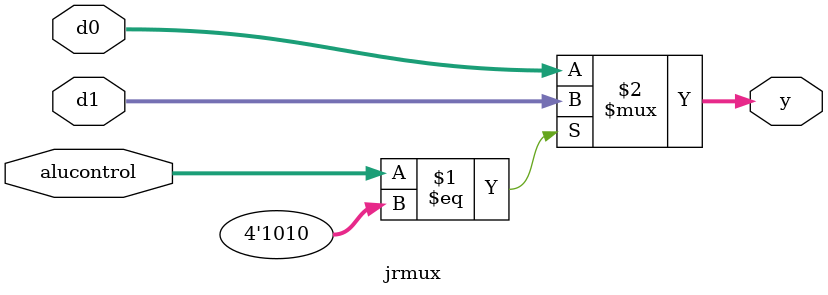
<source format=v>
`timescale 1ns/1ps
`define mydelay 1


`define REGFILE_FF
`ifdef REGFILE_FF

module regfile(input             clk, 
               input             we, 
               input      [4:0]  ra1, ra2, wa, 
               input      [31:0] wd, 
               output reg [31:0] rd1, rd2);

	reg [31:0] R1;
	reg [31:0] R2;
	reg [31:0] R3;
	reg [31:0] R4;
	reg [31:0] R5;
	reg [31:0] R6;
	reg [31:0] R7;
	reg [31:0] R8;
	reg [31:0] R9;
	reg [31:0] R10;
	reg [31:0] R11;
	reg [31:0] R12;
	reg [31:0] R13;
	reg [31:0] R14;
	reg [31:0] R15;
	reg [31:0] R16;
	reg [31:0] R17;
	reg [31:0] R18;
	reg [31:0] R19;
	reg [31:0] R20;
	reg [31:0] R21;
	reg [31:0] R22;
	reg [31:0] R23;
	reg [31:0] R24;
	reg [31:0] R25;
	reg [31:0] R26;
	reg [31:0] R27;
	reg [31:0] R28;
	reg [31:0] R29;
	reg [31:0] R30;
	reg [31:0] R31;

	always @(posedge clk)
	begin
  	 if (we) 
	 begin
   		case (wa[4:0])
   		5'd0:   ;
   		5'd1:   R1  <= wd;
   		5'd2:   R2  <= wd;
   		5'd3:   R3  <= wd;
   		5'd4:   R4  <= wd;
   		5'd5:   R5  <= wd;
   		5'd6:   R6  <= wd;
   		5'd7:   R7  <= wd;
   		5'd8:   R8  <= wd;
   		5'd9:   R9  <= wd;
   		5'd10:  R10 <= wd;
   		5'd11:  R11 <= wd;
   		5'd12:  R12 <= wd;
   		5'd13:  R13 <= wd;
   		5'd14:  R14 <= wd;
   		5'd15:  R15 <= wd;
   		5'd16:  R16 <= wd;
   		5'd17:  R17 <= wd;
   		5'd18:  R18 <= wd;
   		5'd19:  R19 <= wd;
   		5'd20:  R20 <= wd;
   		5'd21:  R21 <= wd;
   		5'd22:  R22 <= wd;
   		5'd23:  R23 <= wd;
   		5'd24:  R24 <= wd;
   		5'd25:  R25 <= wd;
   		5'd26:  R26 <= wd;
   		5'd27:  R27 <= wd;
   		5'd28:  R28 <= wd;
   		5'd29:  R29 <= wd;
   		5'd30:  R30 <= wd;
   		5'd31:  R31 <= wd;
   		endcase
     end
	end

	always @(*)
	begin
		case (ra2[4:0])
		5'd0:   rd2 = 32'b0;
		5'd1:   rd2 = R1;
		5'd2:   rd2 = R2;
		5'd3:   rd2 = R3;
		5'd4:   rd2 = R4;
		5'd5:   rd2 = R5;
		5'd6:   rd2 = R6;
		5'd7:   rd2 = R7;
		5'd8:   rd2 = R8;
		5'd9:   rd2 = R9;
		5'd10:  rd2 = R10;
		5'd11:  rd2 = R11;
		5'd12:  rd2 = R12;
		5'd13:  rd2 = R13;
		5'd14:  rd2 = R14;
		5'd15:  rd2 = R15;
		5'd16:  rd2 = R16;
		5'd17:  rd2 = R17;
		5'd18:  rd2 = R18;
		5'd19:  rd2 = R19;
		5'd20:  rd2 = R20;
		5'd21:  rd2 = R21;
		5'd22:  rd2 = R22;
		5'd23:  rd2 = R23;
		5'd24:  rd2 = R24;
		5'd25:  rd2 = R25;
		5'd26:  rd2 = R26;
		5'd27:  rd2 = R27;
		5'd28:  rd2 = R28;
		5'd29:  rd2 = R29;
		5'd30:  rd2 = R30;
		5'd31:  rd2 = R31;
		endcase
	end

	always @(*)
	begin
		case (ra1[4:0])
		5'd0:   rd1 = 32'b0;
		5'd1:   rd1 = R1;
		5'd2:   rd1 = R2;
		5'd3:   rd1 = R3;
		5'd4:   rd1 = R4;
		5'd5:   rd1 = R5;
		5'd6:   rd1 = R6;
		5'd7:   rd1 = R7;
		5'd8:   rd1 = R8;
		5'd9:   rd1 = R9;
		5'd10:  rd1 = R10;
		5'd11:  rd1 = R11;
		5'd12:  rd1 = R12;
		5'd13:  rd1 = R13;
		5'd14:  rd1 = R14;
		5'd15:  rd1 = R15;
		5'd16:  rd1 = R16;
		5'd17:  rd1 = R17;
		5'd18:  rd1 = R18;
		5'd19:  rd1 = R19;
		5'd20:  rd1 = R20;
		5'd21:  rd1 = R21;
		5'd22:  rd1 = R22;
		5'd23:  rd1 = R23;
		5'd24:  rd1 = R24;
		5'd25:  rd1 = R25;
		5'd26:  rd1 = R26;
		5'd27:  rd1 = R27;
		5'd28:  rd1 = R28;
		5'd29:  rd1 = R29;
		5'd30:  rd1 = R30;
		5'd31:  rd1 = R31;
		endcase
	end

endmodule

`else

module regfile(input         clk, 
               input         we, 
               input  [4:0]  ra1, ra2, wa, 
               input  [31:0] wd, 
               output [31:0] rd1, rd2);

  reg [31:0] rf[31:0];

  // three ported register file
  // read two ports combinationally
  // write third port on rising edge of clock
  // register 0 hardwired to 0

  always @(posedge clk)
    if (we) rf[wa] <= #`mydelay wd;	

  assign #`mydelay rd1 = (ra1 != 0) ? rf[ra1] : 0;
  assign #`mydelay rd2 = (ra2 != 0) ? rf[ra2] : 0;
endmodule

`endif


// ###### Jinseok Park: Start #######

// if -> id pipeline, reset is (flush(from flowcheck) | reset  (which is flush_ifid))
module ppline_ifid(input 	         clk, reset,
				   input             enable,
				   input      [31:0] pc_plus4_d,
				   input      [31:0] instr_d,
				   output reg [31:0] pc_plus4,
				   output reg [31:0] instr);
	
	always @(posedge clk) begin
		if (reset) begin
			pc_plus4 <= #`mydelay 1'b0;
			instr   <= #`mydelay 1'b0;
		end
		else if (enable) begin
			pc_plus4 <= #`mydelay pc_plus4_d;
			instr   <= #`mydelay instr_d;
		end
	end
endmodule


// ###### Jinseok Park: (Milestone 5 pipeline) Start #######
// id -> ex pipeline, reset is (flush_idex | reset    (which is flush_idex_or_reset))
module ppline_idex(input 	         clk, reset,
				   input      [31:0] pc_plus4_d,
				   input      [31:0] rd1_d,
				   input      [31:0] rd2_d,
				   input      [31:0] immex_d,
				   input      [31:0] instr_d,
					input 	  [4:0]	rs_d,
					input 	  [4:0]	rt_d,
					input 	  [4:0]	rd_d,
				   input             shiftl16_d,  // EX
				   input             regdst_d,    // EX
				   input      [3:0]  alucontrol_d,     // EX
				   input             alusrc_d,    // EX  
					input					branch_d,		 //EX
					input					branchN_d,		 //EX
					input					jump_d,		 //EX
				   input             memwrite_d,  
				   input             jumpAndLink_d,  // WB
				   input             regwrite_d,  // WB
				   input             memtoreg_d,  // WB
				   output reg [31:0] pc_plus4,
				   output reg [31:0] rd1,
				   output reg [31:0] rd2,
				   output reg [31:0] immex,
				   output reg [31:0] instr,
					output reg [4:0]	rs,
					output reg [4:0]	rt,
					output reg [4:0]	rd,
				   output reg        shiftl16,  // EX
				   output reg        regdst,    // EX
				   output reg [3:0]  alucontrol,     // EX
				   output reg        alusrc,    // EX 
					output reg			branch,		 //EX
					output reg			branchN,		 //EX
					output reg			jump,		 //EX
				   output reg        memwrite,  
				   output reg        jumpAndLink,  // WB
				   output reg        regwrite,  // WB
				   output reg        memtoreg  // WB
				   );
	
	always @(posedge clk) begin
		if (reset) begin
			pc_plus4   <= #`mydelay 1'b0;
			rd1       <= #`mydelay 1'b0;
			rd2       <= #`mydelay 1'b0;
			immex     <= #`mydelay 1'b0;
			instr     <= #`mydelay 1'b0;
			rs        <= #`mydelay 1'b0;
			rt        <= #`mydelay 1'b0;
			rd        <= #`mydelay 1'b0;
			shiftl16  <= #`mydelay 1'b0; // EX
			regdst    <= #`mydelay 1'b0; // EX
			alucontrol<= #`mydelay 1'b0; // EX
			alusrc    <= #`mydelay 1'b0; // EX
			branch    <= #`mydelay 1'b0; // EX
			branchN   <= #`mydelay 1'b0; // EX
			jump      <= #`mydelay 1'b0; // EX
			memwrite  <= #`mydelay 1'b0; 
			jumpAndLink  <= #`mydelay 1'b0; // WB
			regwrite  <= #`mydelay 1'b0; // WB
			memtoreg  <= #`mydelay 1'b0; // WB
		end
		else begin
			pc_plus4   <= #`mydelay pc_plus4_d;
			rd1       <= #`mydelay rd1_d;
			rd2       <= #`mydelay rd2_d;
			immex     <= #`mydelay immex_d;
			instr     <= #`mydelay instr_d;
			rs        <= #`mydelay rs_d;
			rt        <= #`mydelay rt_d;
			rd        <= #`mydelay rd_d;
			shiftl16  <= #`mydelay shiftl16_d;  // EX
			regdst    <= #`mydelay regdst_d;    // EX
			alucontrol<= #`mydelay alucontrol_d;     // EX
			alusrc    <= #`mydelay alusrc_d;    // EX  
			branch    <= #`mydelay branch_d; // EX
			branchN   <= #`mydelay branchN_d; // EX
			jump      <= #`mydelay jump_d; // EX
			memwrite  <= #`mydelay memwrite_d;  
			jumpAndLink  <= #`mydelay jumpAndLink_d;  // WB
			regwrite  <= #`mydelay regwrite_d;  // WB
			memtoreg  <= #`mydelay memtoreg_d;  // WB
		end
	end
endmodule
// ###### Jinseok Park: (Milestone 5 pipeline)End #######


// ex -> mem pipeline
module ppline_exmem(input 	         clk, reset,
				   input      [31:0] pc_plus4_d,
				   input             aluzero_d,
				   input      [31:0] aluout_d,
				   input      [31:0] write_data_d,
				   input      [4:0]  writereg_d,
				   input             memwrite_d,
				   input             jumpAndLink_d,   // WB
				   input             regwrite_d,   // WB
				   input             memtoreg_d,   // WB
				   output reg [31:0] pc_plus4,
				   output reg        aluzero,
				   output reg [31:0] aluout,
				   output reg [31:0] write_data,
				   output reg [4:0]  writereg,
				   output reg        memwrite,
				   output reg        jumpAndLink,   // WB
				   output reg        regwrite,   // WB
				   output reg        memtoreg   // WB
					);
				   
	always @(posedge clk) begin
		if (reset) begin
			pc_plus4      <= #`mydelay 1'b0;
			aluzero      <= #`mydelay 1'b0;
			aluout       <= #`mydelay 1'b0;
			write_data          <= #`mydelay 1'b0;
			writereg     <= #`mydelay 1'b0;
			memwrite     <= #`mydelay 1'b0;
			jumpAndLink  <= #`mydelay 1'b0;
			regwrite     <= #`mydelay 1'b0;
			memtoreg     <= #`mydelay 1'b0;
		end
		else begin
			pc_plus4      <= #`mydelay pc_plus4_d;
			aluzero      <= #`mydelay aluzero_d;
			aluout       <= #`mydelay aluout_d;
			write_data          <= #`mydelay write_data_d;
			writereg     <= #`mydelay writereg_d;
			memwrite     <= #`mydelay memwrite_d;
			jumpAndLink     <= #`mydelay jumpAndLink_d;
			regwrite     <= #`mydelay regwrite_d;
			memtoreg     <= #`mydelay memtoreg_d;
		end
	end
endmodule

// mem -> wb pipeline
module ppline_memwb(input 	         clk, reset,
				   input      [31:0] pc_plus4_d,
				   input      [31:0] readdata_d,
				   input      [31:0] aluout_d,
				   input      [4:0]  writereg_d,
				   input             jumpAndLink_d, // WB
				   input             regwrite_d, // WB
				   input             memtoreg_d, // WB
				   output reg [31:0] pc_plus4,
				   output reg [31:0] readdata,
				   output reg [31:0] aluout,
				   output reg [4:0]  writereg,
				   output reg        jumpAndLink,   // WB
				   output reg        regwrite,   // WB
				   output reg        memtoreg   // WB
				   );
	
	always @(posedge clk) begin
		if (reset) begin
			pc_plus4      <= #`mydelay 1'b0;
			readdata     <= #`mydelay 1'b0;
			aluout       <= #`mydelay 1'b0;
			writereg     <= #`mydelay 1'b0;
			jumpAndLink     <= #`mydelay 1'b0;
			regwrite     <= #`mydelay 1'b0;
			memtoreg     <= #`mydelay 1'b0;
		end
		else begin
			pc_plus4      <= #`mydelay pc_plus4_d;
			readdata     <= #`mydelay readdata_d;
			aluout       <= #`mydelay aluout_d;
			writereg     <= #`mydelay writereg_d;
			jumpAndLink     <= #`mydelay jumpAndLink_d;
			regwrite     <= #`mydelay regwrite_d;
			memtoreg     <= #`mydelay memtoreg_d;
		end
	end
endmodule



//check read value(form reg) are equal
module is_equal(input  [31:0] d0, d1,
              output  reg eq);

  always @(*)
	begin
	   if (d0 == d1)  eq <= 1'b1;
	   else          eq <= 1'b0;
	end

endmodule

// ###### Jinseok Park: (Milestone 5 control) Start #######
//for control signal hazard
module flowcheck(input [3:0] alucontrol,
					  input 		 branch,
					  input 		 branchN,
					  input 		 jump,
					  input 		 aluzero,
					  output reg flush);
  
  always @(*)
	begin
		if (aluzero == 1 && branch == 1 && branchN == 0) flush <= 1'b1;
		else if (aluzero == 0 && branch == 1 && branchN == 1) flush <= 1'b1;
		else if (alucontrol == 4'b1010) flush <= 1'b1;
		else if (jump == 1) flush <= 1'b1;
		else flush <= 1'b0;
	end
	
endmodule
// ###### Jinseok Park: (Milestone 5 control)End #######


//send foward signal for foward mux
module forwarding(input regwrite_wb, regwrite_mem,
						input [4:0] rs, rt,
						input [4:0] writereg_mem, writereg_wb,
						output reg[1:0] foward_rs, foward_rt);
						
  always @(regwrite_mem, regwrite_wb, writereg_mem, writereg_wb, rt, rs)
   begin
    if       (regwrite_mem && (writereg_mem != 0) && (writereg_mem == rs)) foward_rs = 2'b01;
	 else if  (regwrite_wb && (writereg_wb != 0) && (writereg_wb == rs)) foward_rs = 2'b10;
	 else 
		foward_rs = 2'b00;
	 if       (regwrite_mem && (writereg_mem != 0) && (writereg_mem == rt)) foward_rt = 2'b01;
	 else if  (regwrite_wb && (writereg_wb != 0) && (writereg_wb == rt)) foward_rt = 2'b10;
	 else 
		foward_rt = 2'b00;
   end
	
endmodule


//mux for fowarding (foward mux)
module mux4 #(parameter WIDTH = 8)
             (input  [WIDTH-1:0] d0, d1, d2, d3, 
              input  [1:0]       s, 
              output reg [WIDTH-1:0] y);

  always@(s, d0, d1, d2, d3)
    case(s)
      2'b00: y = d0;
      2'b01: y = d1;
      2'b10: y = d2;
      2'b11: y = d3;
    endcase

endmodule


//for data hazard
module hazard_detect(input [5:0]	op_ex,
							input [4:0]	load_reg,
							input [4:0]	rs_id,
							input [4:0]	rt_id,
							output reg	enable_pc,
							output reg	enable_ifid,
							output reg	flush_idex);
							
	always @(*) begin
		if ((op_ex == 6'b100011) && ((load_reg == rs_id) || (load_reg == rt_id))) begin
			enable_pc = 1'b0;
			enable_ifid = 1'b0;
			flush_idex = 1'b1;
		end
		else begin
			enable_pc = 1'b1;
			enable_ifid = 1'b1;
			flush_idex = 1'b0;
		end
	end
	
endmodule


//for when read same reg that writing
module rf_readwrite_time(input [4:0]	writereg,
								 input [4:0]	readreg,
								 input [31:0]	result,
								 input [31:0]	read,
								 output[31:0]	realread);
								 
	assign #`mydelay realread = (writereg == readreg) ? result : read; 
	
endmodule
// ###### Jinseok Park: End #######


module alu(input      [31:0] a, b, 
           input      [3:0]  alucont, 
           output reg [31:0] result,
           output            zero);

  wire [31:0] b2, sum, slt, sltu, Fslt;
  wire        N, Z, C, V;

  assign b2 = alucont[2] ? ~b:b; 

  adder_32bit iadder32 (.a   (a),
			               .b   (b2),
								.cin (alucont[2]),
								.sum (sum),
								.N   (N),
								.Z   (Z),
								.C   (C),
								.V   (V));

  // signed less than ("N set and V clear" OR "N clear and V set")
  assign slt  = N ^ V ; 

  // unsigned lower (C clear) 
  assign sltu = ~C ;

  assign Fslt = (alucont[3] == 1) ? {31'b0, sltu[0]}:{31'b0, slt[0]};   //sltu:1, slt: 0

  always@(*)
    case(alucont[1:0])
      2'b00: result <= #`mydelay a & b;
      2'b01: result <= #`mydelay a | b;
      2'b10: result <= #`mydelay sum;
      2'b11: result <= #`mydelay Fslt;
    endcase

  assign #`mydelay zero = (result == 32'b0);

endmodule


module adder_32bit (input  [31:0] a, b, 
                    input         cin,
                    output [31:0] sum,
                    output        N,Z,C,V);

	wire [31:0]  ctmp;

	assign N = sum[31];
	assign Z = (sum == 32'b0);
	assign C = ctmp[31];
	assign V = ctmp[31] ^ ctmp[30];

	adder_1bit bit31 (.a(a[31]), .b(b[31]), .cin(ctmp[30]), .sum(sum[31]), .cout(ctmp[31]));
	adder_1bit bit30 (.a(a[30]), .b(b[30]), .cin(ctmp[29]), .sum(sum[30]), .cout(ctmp[30]));
	adder_1bit bit29 (.a(a[29]), .b(b[29]), .cin(ctmp[28]), .sum(sum[29]), .cout(ctmp[29]));
	adder_1bit bit28 (.a(a[28]), .b(b[28]), .cin(ctmp[27]), .sum(sum[28]), .cout(ctmp[28]));
	adder_1bit bit27 (.a(a[27]), .b(b[27]), .cin(ctmp[26]), .sum(sum[27]), .cout(ctmp[27]));
	adder_1bit bit26 (.a(a[26]), .b(b[26]), .cin(ctmp[25]), .sum(sum[26]), .cout(ctmp[26]));
	adder_1bit bit25 (.a(a[25]), .b(b[25]), .cin(ctmp[24]), .sum(sum[25]), .cout(ctmp[25]));
	adder_1bit bit24 (.a(a[24]), .b(b[24]), .cin(ctmp[23]), .sum(sum[24]), .cout(ctmp[24]));
	adder_1bit bit23 (.a(a[23]), .b(b[23]), .cin(ctmp[22]), .sum(sum[23]), .cout(ctmp[23]));
	adder_1bit bit22 (.a(a[22]), .b(b[22]), .cin(ctmp[21]), .sum(sum[22]), .cout(ctmp[22]));
	adder_1bit bit21 (.a(a[21]), .b(b[21]), .cin(ctmp[20]), .sum(sum[21]), .cout(ctmp[21]));
	adder_1bit bit20 (.a(a[20]), .b(b[20]), .cin(ctmp[19]), .sum(sum[20]), .cout(ctmp[20]));
	adder_1bit bit19 (.a(a[19]), .b(b[19]), .cin(ctmp[18]), .sum(sum[19]), .cout(ctmp[19]));
	adder_1bit bit18 (.a(a[18]), .b(b[18]), .cin(ctmp[17]), .sum(sum[18]), .cout(ctmp[18]));
	adder_1bit bit17 (.a(a[17]), .b(b[17]), .cin(ctmp[16]), .sum(sum[17]), .cout(ctmp[17]));
	adder_1bit bit16 (.a(a[16]), .b(b[16]), .cin(ctmp[15]), .sum(sum[16]), .cout(ctmp[16]));
	adder_1bit bit15 (.a(a[15]), .b(b[15]), .cin(ctmp[14]), .sum(sum[15]), .cout(ctmp[15]));
	adder_1bit bit14 (.a(a[14]), .b(b[14]), .cin(ctmp[13]), .sum(sum[14]), .cout(ctmp[14]));
	adder_1bit bit13 (.a(a[13]), .b(b[13]), .cin(ctmp[12]), .sum(sum[13]), .cout(ctmp[13]));
	adder_1bit bit12 (.a(a[12]), .b(b[12]), .cin(ctmp[11]), .sum(sum[12]), .cout(ctmp[12]));
	adder_1bit bit11 (.a(a[11]), .b(b[11]), .cin(ctmp[10]), .sum(sum[11]), .cout(ctmp[11]));
	adder_1bit bit10 (.a(a[10]), .b(b[10]), .cin(ctmp[9]),  .sum(sum[10]), .cout(ctmp[10]));
	adder_1bit bit9  (.a(a[9]),  .b(b[9]),  .cin(ctmp[8]),  .sum(sum[9]),  .cout(ctmp[9]));
	adder_1bit bit8  (.a(a[8]),  .b(b[8]),  .cin(ctmp[7]),  .sum(sum[8]),  .cout(ctmp[8]));
	adder_1bit bit7  (.a(a[7]),  .b(b[7]),  .cin(ctmp[6]),  .sum(sum[7]),  .cout(ctmp[7]));
	adder_1bit bit6  (.a(a[6]),  .b(b[6]),  .cin(ctmp[5]),  .sum(sum[6]),  .cout(ctmp[6]));
	adder_1bit bit5  (.a(a[5]),  .b(b[5]),  .cin(ctmp[4]),  .sum(sum[5]),  .cout(ctmp[5]));
	adder_1bit bit4  (.a(a[4]),  .b(b[4]),  .cin(ctmp[3]),  .sum(sum[4]),  .cout(ctmp[4]));
	adder_1bit bit3  (.a(a[3]),  .b(b[3]),  .cin(ctmp[2]),  .sum(sum[3]),  .cout(ctmp[3]));
	adder_1bit bit2  (.a(a[2]),  .b(b[2]),  .cin(ctmp[1]),  .sum(sum[2]),  .cout(ctmp[2]));
	adder_1bit bit1  (.a(a[1]),  .b(b[1]),  .cin(ctmp[0]),  .sum(sum[1]),  .cout(ctmp[1]));
	adder_1bit bit0  (.a(a[0]),  .b(b[0]),  .cin(cin),      .sum(sum[0]),  .cout(ctmp[0]));

endmodule


module adder_1bit (input a, b, cin,
                   output sum, cout);

  assign sum  = a ^ b ^ cin;
  assign cout = (a & b) | (a & cin) | (b & cin);

endmodule


module adder(input [31:0] a, b,
             output [31:0] y);

  assign #`mydelay y = a + b;
endmodule



module sl2(input  [31:0] a,
           output [31:0] y);

  // shift left by 2
  assign #`mydelay y = {a[29:0], 2'b00};
endmodule



module sign_zero_ext(input      [15:0] a,
                     input             signext,
                     output reg [31:0] y);
              
   always @(*)
	begin
	   if (signext)  y <= {{16{a[15]}}, a[15:0]};
	   else          y <= {16'b0, a[15:0]};
	end

endmodule



module shift_left_16(input      [31:0] a,
		               input         shiftl16,
                     output reg [31:0] y);

   always @(*)
	begin
	   if (shiftl16) y = {a[15:0],16'b0};
	   else          y = a[31:0];
	end
              
endmodule



module flopr #(parameter WIDTH = 8)
              (input                  clk, reset,
               input      [WIDTH-1:0] d, 
               output reg [WIDTH-1:0] q);

  always @(posedge clk, posedge reset)
    if (reset) q <= #`mydelay 0;
    else       q <= #`mydelay d;

endmodule



module flopenr #(parameter WIDTH = 8)
                (input                  clk, reset,
                 input                  en,
                 input      [WIDTH-1:0] d, 
                 output reg [WIDTH-1:0] q);
 
  always @(posedge clk, posedge reset)
    if      (reset) q <= #`mydelay 0;
    else if (en)    q <= #`mydelay d;

endmodule



module mux2 #(parameter WIDTH = 8)
             (input  [WIDTH-1:0] d0, d1, 
              input              s, 
              output [WIDTH-1:0] y);

  assign #`mydelay y = (s == 1) ? d1 : d0; 

endmodule

module jrmux (input  [31:0] d0, d1, 
              input  [3:0]  alucontrol, 
              output [31:0] y);

  assign #`mydelay y = (alucontrol[3:0] == 4'b1010) ? d1 : d0; 

endmodule

</source>
